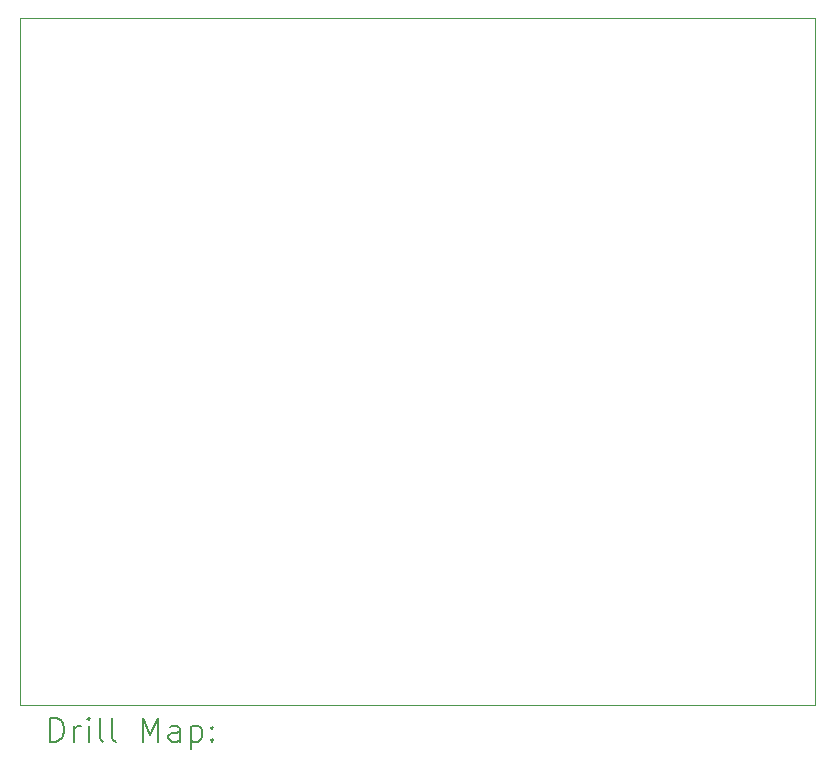
<source format=gbr>
%FSLAX45Y45*%
G04 Gerber Fmt 4.5, Leading zero omitted, Abs format (unit mm)*
G04 Created by KiCad (PCBNEW (6.0.5)) date 2023-08-20 17:12:58*
%MOMM*%
%LPD*%
G01*
G04 APERTURE LIST*
%TA.AperFunction,Profile*%
%ADD10C,0.050000*%
%TD*%
%ADD11C,0.200000*%
G04 APERTURE END LIST*
D10*
X16131159Y-11906831D02*
X9398000Y-11906831D01*
X9398000Y-11906831D02*
X9398000Y-6096000D01*
X9398000Y-6096000D02*
X16131159Y-6096000D01*
X16131159Y-6096000D02*
X16131159Y-11906831D01*
D11*
X9653119Y-12219807D02*
X9653119Y-12019807D01*
X9700738Y-12019807D01*
X9729310Y-12029331D01*
X9748357Y-12048379D01*
X9757881Y-12067426D01*
X9767405Y-12105521D01*
X9767405Y-12134093D01*
X9757881Y-12172188D01*
X9748357Y-12191236D01*
X9729310Y-12210283D01*
X9700738Y-12219807D01*
X9653119Y-12219807D01*
X9853119Y-12219807D02*
X9853119Y-12086474D01*
X9853119Y-12124569D02*
X9862643Y-12105521D01*
X9872167Y-12095998D01*
X9891214Y-12086474D01*
X9910262Y-12086474D01*
X9976929Y-12219807D02*
X9976929Y-12086474D01*
X9976929Y-12019807D02*
X9967405Y-12029331D01*
X9976929Y-12038855D01*
X9986452Y-12029331D01*
X9976929Y-12019807D01*
X9976929Y-12038855D01*
X10100738Y-12219807D02*
X10081690Y-12210283D01*
X10072167Y-12191236D01*
X10072167Y-12019807D01*
X10205500Y-12219807D02*
X10186452Y-12210283D01*
X10176929Y-12191236D01*
X10176929Y-12019807D01*
X10434071Y-12219807D02*
X10434071Y-12019807D01*
X10500738Y-12162664D01*
X10567405Y-12019807D01*
X10567405Y-12219807D01*
X10748357Y-12219807D02*
X10748357Y-12115045D01*
X10738833Y-12095998D01*
X10719786Y-12086474D01*
X10681690Y-12086474D01*
X10662643Y-12095998D01*
X10748357Y-12210283D02*
X10729310Y-12219807D01*
X10681690Y-12219807D01*
X10662643Y-12210283D01*
X10653119Y-12191236D01*
X10653119Y-12172188D01*
X10662643Y-12153140D01*
X10681690Y-12143617D01*
X10729310Y-12143617D01*
X10748357Y-12134093D01*
X10843595Y-12086474D02*
X10843595Y-12286474D01*
X10843595Y-12095998D02*
X10862643Y-12086474D01*
X10900738Y-12086474D01*
X10919786Y-12095998D01*
X10929310Y-12105521D01*
X10938833Y-12124569D01*
X10938833Y-12181712D01*
X10929310Y-12200759D01*
X10919786Y-12210283D01*
X10900738Y-12219807D01*
X10862643Y-12219807D01*
X10843595Y-12210283D01*
X11024548Y-12200759D02*
X11034071Y-12210283D01*
X11024548Y-12219807D01*
X11015024Y-12210283D01*
X11024548Y-12200759D01*
X11024548Y-12219807D01*
X11024548Y-12095998D02*
X11034071Y-12105521D01*
X11024548Y-12115045D01*
X11015024Y-12105521D01*
X11024548Y-12095998D01*
X11024548Y-12115045D01*
M02*

</source>
